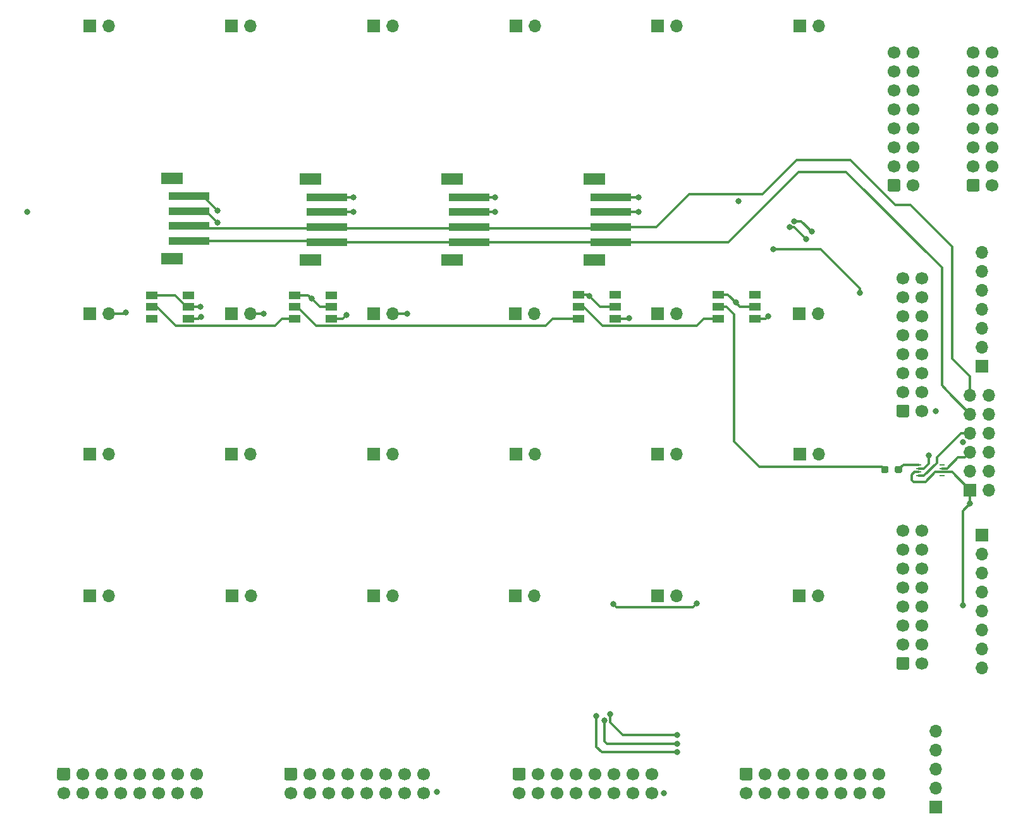
<source format=gbr>
%TF.GenerationSoftware,KiCad,Pcbnew,(5.1.10)-1*%
%TF.CreationDate,2022-05-16T18:50:31-07:00*%
%TF.ProjectId,KeyPad_Board,4b657950-6164-45f4-926f-6172642e6b69,rev?*%
%TF.SameCoordinates,Original*%
%TF.FileFunction,Copper,L4,Bot*%
%TF.FilePolarity,Positive*%
%FSLAX46Y46*%
G04 Gerber Fmt 4.6, Leading zero omitted, Abs format (unit mm)*
G04 Created by KiCad (PCBNEW (5.1.10)-1) date 2022-05-16 18:50:31*
%MOMM*%
%LPD*%
G01*
G04 APERTURE LIST*
%TA.AperFunction,ComponentPad*%
%ADD10C,1.700000*%
%TD*%
%TA.AperFunction,SMDPad,CuDef*%
%ADD11R,1.500000X1.000000*%
%TD*%
%TA.AperFunction,ComponentPad*%
%ADD12R,1.700000X1.700000*%
%TD*%
%TA.AperFunction,ComponentPad*%
%ADD13O,1.700000X1.700000*%
%TD*%
%TA.AperFunction,SMDPad,CuDef*%
%ADD14R,3.000000X1.600000*%
%TD*%
%TA.AperFunction,SMDPad,CuDef*%
%ADD15R,5.500000X1.000000*%
%TD*%
%TA.AperFunction,SMDPad,CuDef*%
%ADD16R,0.750000X0.250000*%
%TD*%
%TA.AperFunction,ViaPad*%
%ADD17C,0.800000*%
%TD*%
%TA.AperFunction,Conductor*%
%ADD18C,0.300000*%
%TD*%
G04 APERTURE END LIST*
%TO.P,J6,1*%
%TO.N,R*%
%TA.AperFunction,ComponentPad*%
G36*
G01*
X153750000Y-85600000D02*
X153750000Y-84400000D01*
G75*
G02*
X154000000Y-84150000I250000J0D01*
G01*
X155200000Y-84150000D01*
G75*
G02*
X155450000Y-84400000I0J-250000D01*
G01*
X155450000Y-85600000D01*
G75*
G02*
X155200000Y-85850000I-250000J0D01*
G01*
X154000000Y-85850000D01*
G75*
G02*
X153750000Y-85600000I0J250000D01*
G01*
G37*
%TD.AperFunction*%
D10*
%TO.P,J6,3*%
%TO.N,G*%
X154600000Y-82460000D03*
%TO.P,J6,5*%
%TO.N,T*%
X154600000Y-79920000D03*
%TO.P,J6,7*%
%TO.N,SW5_CLICK*%
X154600000Y-77380000D03*
%TO.P,J6,9*%
%TO.N,SW5_LEFT*%
X154600000Y-74840000D03*
%TO.P,J6,11*%
%TO.N,SW5_DOWN*%
X154600000Y-72300000D03*
%TO.P,J6,13*%
%TO.N,SW5_RIGHT*%
X154600000Y-69760000D03*
%TO.P,J6,15*%
%TO.N,SW5_UP*%
X154600000Y-67220000D03*
%TO.P,J6,2*%
%TO.N,GND*%
X157140000Y-85000000D03*
%TO.P,J6,4*%
X157140000Y-82460000D03*
%TO.P,J6,6*%
X157140000Y-79920000D03*
%TO.P,J6,8*%
X157140000Y-77380000D03*
%TO.P,J6,10*%
X157140000Y-74840000D03*
%TO.P,J6,12*%
X157140000Y-72300000D03*
%TO.P,J6,14*%
X157140000Y-69760000D03*
%TO.P,J6,16*%
X157140000Y-67220000D03*
%TD*%
D11*
%TO.P,D1,1*%
%TO.N,Net-(D1-Pad1)*%
X129900000Y-72650000D03*
%TO.P,D1,2*%
%TO.N,LED_DATA_SHIFTED*%
X129900000Y-71050000D03*
%TO.P,D1,3*%
%TO.N,+5V*%
X129900000Y-69450000D03*
%TO.P,D1,6*%
%TO.N,GND*%
X134800000Y-72650000D03*
%TO.P,D1,5*%
%TO.N,+5V*%
X134800000Y-71050000D03*
%TO.P,D1,4*%
%TO.N,N/C*%
X134800000Y-69450000D03*
%TD*%
%TO.P,D2,4*%
%TO.N,N/C*%
X116050000Y-69450000D03*
%TO.P,D2,5*%
%TO.N,+5V*%
X116050000Y-71050000D03*
%TO.P,D2,6*%
%TO.N,GND*%
X116050000Y-72650000D03*
%TO.P,D2,3*%
%TO.N,+5V*%
X111150000Y-69450000D03*
%TO.P,D2,2*%
%TO.N,Net-(D1-Pad1)*%
X111150000Y-71050000D03*
%TO.P,D2,1*%
%TO.N,Net-(D2-Pad1)*%
X111150000Y-72650000D03*
%TD*%
%TO.P,D3,1*%
%TO.N,Net-(D3-Pad1)*%
X73150000Y-72700000D03*
%TO.P,D3,2*%
%TO.N,Net-(D2-Pad1)*%
X73150000Y-71100000D03*
%TO.P,D3,3*%
%TO.N,+5V*%
X73150000Y-69500000D03*
%TO.P,D3,6*%
%TO.N,GND*%
X78050000Y-72700000D03*
%TO.P,D3,5*%
%TO.N,+5V*%
X78050000Y-71100000D03*
%TO.P,D3,4*%
%TO.N,N/C*%
X78050000Y-69500000D03*
%TD*%
%TO.P,D4,4*%
%TO.N,N/C*%
X58950000Y-69500000D03*
%TO.P,D4,5*%
%TO.N,+5V*%
X58950000Y-71100000D03*
%TO.P,D4,6*%
%TO.N,GND*%
X58950000Y-72700000D03*
%TO.P,D4,3*%
%TO.N,+5V*%
X54050000Y-69500000D03*
%TO.P,D4,2*%
%TO.N,Net-(D3-Pad1)*%
X54050000Y-71100000D03*
%TO.P,D4,1*%
%TO.N,N/C*%
X54050000Y-72700000D03*
%TD*%
%TO.P,J1,1*%
%TO.N,SW1_UP*%
%TA.AperFunction,ComponentPad*%
G36*
G01*
X41600000Y-132750000D02*
X42800000Y-132750000D01*
G75*
G02*
X43050000Y-133000000I0J-250000D01*
G01*
X43050000Y-134200000D01*
G75*
G02*
X42800000Y-134450000I-250000J0D01*
G01*
X41600000Y-134450000D01*
G75*
G02*
X41350000Y-134200000I0J250000D01*
G01*
X41350000Y-133000000D01*
G75*
G02*
X41600000Y-132750000I250000J0D01*
G01*
G37*
%TD.AperFunction*%
D10*
%TO.P,J1,3*%
%TO.N,SW1_RIGHT*%
X44740000Y-133600000D03*
%TO.P,J1,5*%
%TO.N,SW1_DOWN*%
X47280000Y-133600000D03*
%TO.P,J1,7*%
%TO.N,SW1_LEFT*%
X49820000Y-133600000D03*
%TO.P,J1,9*%
%TO.N,SW1_CLICK*%
X52360000Y-133600000D03*
%TO.P,J1,11*%
%TO.N,TAB*%
X54900000Y-133600000D03*
%TO.P,J1,13*%
%TO.N,SHIFT*%
X57440000Y-133600000D03*
%TO.P,J1,15*%
%TO.N,CTRL*%
X59980000Y-133600000D03*
%TO.P,J1,2*%
%TO.N,GND*%
X42200000Y-136140000D03*
%TO.P,J1,4*%
X44740000Y-136140000D03*
%TO.P,J1,6*%
X47280000Y-136140000D03*
%TO.P,J1,8*%
X49820000Y-136140000D03*
%TO.P,J1,10*%
X52360000Y-136140000D03*
%TO.P,J1,12*%
X54900000Y-136140000D03*
%TO.P,J1,14*%
X57440000Y-136140000D03*
%TO.P,J1,16*%
X59980000Y-136140000D03*
%TD*%
%TO.P,J2,1*%
%TO.N,SW2_UP*%
%TA.AperFunction,ComponentPad*%
G36*
G01*
X72000000Y-132750000D02*
X73200000Y-132750000D01*
G75*
G02*
X73450000Y-133000000I0J-250000D01*
G01*
X73450000Y-134200000D01*
G75*
G02*
X73200000Y-134450000I-250000J0D01*
G01*
X72000000Y-134450000D01*
G75*
G02*
X71750000Y-134200000I0J250000D01*
G01*
X71750000Y-133000000D01*
G75*
G02*
X72000000Y-132750000I250000J0D01*
G01*
G37*
%TD.AperFunction*%
%TO.P,J2,3*%
%TO.N,SW2_RIGHT*%
X75140000Y-133600000D03*
%TO.P,J2,5*%
%TO.N,SW2_DOWN*%
X77680000Y-133600000D03*
%TO.P,J2,7*%
%TO.N,SW2_CLICK*%
X80220000Y-133600000D03*
%TO.P,J2,9*%
%TO.N,SW2_LEFT*%
X82760000Y-133600000D03*
%TO.P,J2,11*%
%TO.N,Z*%
X85300000Y-133600000D03*
%TO.P,J2,13*%
%TO.N,A*%
X87840000Y-133600000D03*
%TO.P,J2,15*%
%TO.N,Q*%
X90380000Y-133600000D03*
%TO.P,J2,2*%
%TO.N,GND*%
X72600000Y-136140000D03*
%TO.P,J2,4*%
X75140000Y-136140000D03*
%TO.P,J2,6*%
X77680000Y-136140000D03*
%TO.P,J2,8*%
X80220000Y-136140000D03*
%TO.P,J2,10*%
X82760000Y-136140000D03*
%TO.P,J2,12*%
X85300000Y-136140000D03*
%TO.P,J2,14*%
X87840000Y-136140000D03*
%TO.P,J2,16*%
X90380000Y-136140000D03*
%TD*%
%TO.P,J3,1*%
%TO.N,X*%
%TA.AperFunction,ComponentPad*%
G36*
G01*
X102600000Y-132750000D02*
X103800000Y-132750000D01*
G75*
G02*
X104050000Y-133000000I0J-250000D01*
G01*
X104050000Y-134200000D01*
G75*
G02*
X103800000Y-134450000I-250000J0D01*
G01*
X102600000Y-134450000D01*
G75*
G02*
X102350000Y-134200000I0J250000D01*
G01*
X102350000Y-133000000D01*
G75*
G02*
X102600000Y-132750000I250000J0D01*
G01*
G37*
%TD.AperFunction*%
%TO.P,J3,3*%
%TO.N,S*%
X105740000Y-133600000D03*
%TO.P,J3,5*%
%TO.N,W*%
X108280000Y-133600000D03*
%TO.P,J3,7*%
%TO.N,SW3_CLICK*%
X110820000Y-133600000D03*
%TO.P,J3,9*%
%TO.N,SW3_LEFT*%
X113360000Y-133600000D03*
%TO.P,J3,11*%
%TO.N,SW3_DOWN*%
X115900000Y-133600000D03*
%TO.P,J3,13*%
%TO.N,SW3_RIGHT*%
X118440000Y-133600000D03*
%TO.P,J3,15*%
%TO.N,SW3_UP*%
X120980000Y-133600000D03*
%TO.P,J3,2*%
%TO.N,GND*%
X103200000Y-136140000D03*
%TO.P,J3,4*%
X105740000Y-136140000D03*
%TO.P,J3,6*%
X108280000Y-136140000D03*
%TO.P,J3,8*%
X110820000Y-136140000D03*
%TO.P,J3,10*%
X113360000Y-136140000D03*
%TO.P,J3,12*%
X115900000Y-136140000D03*
%TO.P,J3,14*%
X118440000Y-136140000D03*
%TO.P,J3,16*%
X120980000Y-136140000D03*
%TD*%
%TO.P,J4,16*%
%TO.N,GND*%
X151380000Y-136140000D03*
%TO.P,J4,14*%
X148840000Y-136140000D03*
%TO.P,J4,12*%
X146300000Y-136140000D03*
%TO.P,J4,10*%
X143760000Y-136140000D03*
%TO.P,J4,8*%
X141220000Y-136140000D03*
%TO.P,J4,6*%
X138680000Y-136140000D03*
%TO.P,J4,4*%
X136140000Y-136140000D03*
%TO.P,J4,2*%
X133600000Y-136140000D03*
%TO.P,J4,15*%
%TO.N,SW4_UP*%
X151380000Y-133600000D03*
%TO.P,J4,13*%
%TO.N,SW4_RIGHT*%
X148840000Y-133600000D03*
%TO.P,J4,11*%
%TO.N,SW4_DOWN*%
X146300000Y-133600000D03*
%TO.P,J4,9*%
%TO.N,SW4_LEFT*%
X143760000Y-133600000D03*
%TO.P,J4,7*%
%TO.N,SW4_CLICK*%
X141220000Y-133600000D03*
%TO.P,J4,5*%
%TO.N,E*%
X138680000Y-133600000D03*
%TO.P,J4,3*%
%TO.N,D*%
X136140000Y-133600000D03*
%TO.P,J4,1*%
%TO.N,C*%
%TA.AperFunction,ComponentPad*%
G36*
G01*
X133000000Y-132750000D02*
X134200000Y-132750000D01*
G75*
G02*
X134450000Y-133000000I0J-250000D01*
G01*
X134450000Y-134200000D01*
G75*
G02*
X134200000Y-134450000I-250000J0D01*
G01*
X133000000Y-134450000D01*
G75*
G02*
X132750000Y-134200000I0J250000D01*
G01*
X132750000Y-133000000D01*
G75*
G02*
X133000000Y-132750000I250000J0D01*
G01*
G37*
%TD.AperFunction*%
%TD*%
%TO.P,J5,16*%
%TO.N,GND*%
X157140000Y-101020000D03*
%TO.P,J5,14*%
X157140000Y-103560000D03*
%TO.P,J5,12*%
X157140000Y-106100000D03*
%TO.P,J5,10*%
X157140000Y-108640000D03*
%TO.P,J5,8*%
X157140000Y-111180000D03*
%TO.P,J5,6*%
X157140000Y-113720000D03*
%TO.P,J5,4*%
X157140000Y-116260000D03*
%TO.P,J5,2*%
X157140000Y-118800000D03*
%TO.P,J5,15*%
%TO.N,SPACE*%
X154600000Y-101020000D03*
%TO.P,J5,13*%
%TO.N,THUMB3*%
X154600000Y-103560000D03*
%TO.P,J5,11*%
%TO.N,THUMB2*%
X154600000Y-106100000D03*
%TO.P,J5,9*%
%TO.N,THUMB1*%
X154600000Y-108640000D03*
%TO.P,J5,7*%
%TO.N,F*%
X154600000Y-111180000D03*
%TO.P,J5,5*%
%TO.N,B*%
X154600000Y-113720000D03*
%TO.P,J5,3*%
%TO.N,V*%
X154600000Y-116260000D03*
%TO.P,J5,1*%
%TO.N,JOYSTICK_CLICK*%
%TA.AperFunction,ComponentPad*%
G36*
G01*
X153750000Y-119400000D02*
X153750000Y-118200000D01*
G75*
G02*
X154000000Y-117950000I250000J0D01*
G01*
X155200000Y-117950000D01*
G75*
G02*
X155450000Y-118200000I0J-250000D01*
G01*
X155450000Y-119400000D01*
G75*
G02*
X155200000Y-119650000I-250000J0D01*
G01*
X154000000Y-119650000D01*
G75*
G02*
X153750000Y-119400000I0J250000D01*
G01*
G37*
%TD.AperFunction*%
%TD*%
%TO.P,J7,16*%
%TO.N,GND*%
X155940000Y-37020000D03*
%TO.P,J7,14*%
X155940000Y-39560000D03*
%TO.P,J7,12*%
X155940000Y-42100000D03*
%TO.P,J7,10*%
X155940000Y-44640000D03*
%TO.P,J7,8*%
X155940000Y-47180000D03*
%TO.P,J7,6*%
X155940000Y-49720000D03*
%TO.P,J7,4*%
X155940000Y-52260000D03*
%TO.P,J7,2*%
X155940000Y-54800000D03*
%TO.P,J7,15*%
%TO.N,ESC*%
X153400000Y-37020000D03*
%TO.P,J7,13*%
%TO.N,F1*%
X153400000Y-39560000D03*
%TO.P,J7,11*%
%TO.N,F2*%
X153400000Y-42100000D03*
%TO.P,J7,9*%
%TO.N,F3*%
X153400000Y-44640000D03*
%TO.P,J7,7*%
%TO.N,F4*%
X153400000Y-47180000D03*
%TO.P,J7,5*%
%TO.N,F5*%
X153400000Y-49720000D03*
%TO.P,J7,3*%
%TO.N,SW6_LEFT*%
X153400000Y-52260000D03*
%TO.P,J7,1*%
%TO.N,SW6_CLICK*%
%TA.AperFunction,ComponentPad*%
G36*
G01*
X152550000Y-55400000D02*
X152550000Y-54200000D01*
G75*
G02*
X152800000Y-53950000I250000J0D01*
G01*
X154000000Y-53950000D01*
G75*
G02*
X154250000Y-54200000I0J-250000D01*
G01*
X154250000Y-55400000D01*
G75*
G02*
X154000000Y-55650000I-250000J0D01*
G01*
X152800000Y-55650000D01*
G75*
G02*
X152550000Y-55400000I0J250000D01*
G01*
G37*
%TD.AperFunction*%
%TD*%
%TO.P,J8,16*%
%TO.N,GND*%
X166550000Y-37020000D03*
%TO.P,J8,14*%
X166550000Y-39560000D03*
%TO.P,J8,12*%
X166550000Y-42100000D03*
%TO.P,J8,10*%
X166550000Y-44640000D03*
%TO.P,J8,8*%
X166550000Y-47180000D03*
%TO.P,J8,6*%
X166550000Y-49720000D03*
%TO.P,J8,4*%
X166550000Y-52260000D03*
%TO.P,J8,2*%
X166550000Y-54800000D03*
%TO.P,J8,15*%
%TO.N,N/C*%
X164010000Y-37020000D03*
%TO.P,J8,13*%
X164010000Y-39560000D03*
%TO.P,J8,11*%
X164010000Y-42100000D03*
%TO.P,J8,9*%
X164010000Y-44640000D03*
%TO.P,J8,7*%
X164010000Y-47180000D03*
%TO.P,J8,5*%
%TO.N,SW6_UP*%
X164010000Y-49720000D03*
%TO.P,J8,3*%
%TO.N,SW6_RIGHT*%
X164010000Y-52260000D03*
%TO.P,J8,1*%
%TO.N,SW6_DOWN*%
%TA.AperFunction,ComponentPad*%
G36*
G01*
X163160000Y-55400000D02*
X163160000Y-54200000D01*
G75*
G02*
X163410000Y-53950000I250000J0D01*
G01*
X164610000Y-53950000D01*
G75*
G02*
X164860000Y-54200000I0J-250000D01*
G01*
X164860000Y-55400000D01*
G75*
G02*
X164610000Y-55650000I-250000J0D01*
G01*
X163410000Y-55650000D01*
G75*
G02*
X163160000Y-55400000I0J250000D01*
G01*
G37*
%TD.AperFunction*%
%TD*%
D12*
%TO.P,J9,1*%
%TO.N,GND*%
X159000000Y-138000000D03*
D13*
%TO.P,J9,2*%
%TO.N,+3V3*%
X159000000Y-135460000D03*
%TO.P,J9,3*%
%TO.N,VRY*%
X159000000Y-132920000D03*
%TO.P,J9,4*%
%TO.N,VRX*%
X159000000Y-130380000D03*
%TO.P,J9,5*%
%TO.N,JOYSTICK_CLICK*%
X159000000Y-127840000D03*
%TD*%
D12*
%TO.P,J10,1*%
%TO.N,+5V*%
X165200000Y-79000000D03*
D13*
%TO.P,J10,2*%
%TO.N,+3V3*%
X165200000Y-76460000D03*
%TO.P,J10,3*%
%TO.N,GND*%
X165200000Y-73920000D03*
%TO.P,J10,4*%
%TO.N,SPI_MOSI*%
X165200000Y-71380000D03*
%TO.P,J10,5*%
%TO.N,SPI_MISO*%
X165200000Y-68840000D03*
%TO.P,J10,6*%
%TO.N,SPI_SCLK*%
X165200000Y-66300000D03*
%TO.P,J10,7*%
%TO.N,SPI_CSN*%
X165200000Y-63760000D03*
%TD*%
D12*
%TO.P,J11,1*%
%TO.N,SPACE*%
X165200000Y-101600000D03*
D13*
%TO.P,J11,2*%
%TO.N,THUMB3*%
X165200000Y-104140000D03*
%TO.P,J11,3*%
%TO.N,THUMB2*%
X165200000Y-106680000D03*
%TO.P,J11,4*%
%TO.N,THUMB1*%
X165200000Y-109220000D03*
%TO.P,J11,5*%
%TO.N,GND*%
X165200000Y-111760000D03*
%TO.P,J11,6*%
X165200000Y-114300000D03*
%TO.P,J11,7*%
X165200000Y-116840000D03*
%TO.P,J11,8*%
X165200000Y-119380000D03*
%TD*%
D12*
%TO.P,KB1,1*%
%TO.N,ESC*%
X45710000Y-33500000D03*
D13*
%TO.P,KB1,2*%
%TO.N,GND*%
X48250000Y-33500000D03*
%TD*%
%TO.P,KB2,2*%
%TO.N,GND*%
X67250000Y-33500000D03*
D12*
%TO.P,KB2,1*%
%TO.N,F1*%
X64710000Y-33500000D03*
%TD*%
%TO.P,KB3,1*%
%TO.N,F2*%
X83710000Y-33500000D03*
D13*
%TO.P,KB3,2*%
%TO.N,GND*%
X86250000Y-33500000D03*
%TD*%
%TO.P,KB4,2*%
%TO.N,GND*%
X105290000Y-33500000D03*
D12*
%TO.P,KB4,1*%
%TO.N,F3*%
X102750000Y-33500000D03*
%TD*%
%TO.P,KB5,1*%
%TO.N,F4*%
X121710000Y-33500000D03*
D13*
%TO.P,KB5,2*%
%TO.N,GND*%
X124250000Y-33500000D03*
%TD*%
%TO.P,KB6,2*%
%TO.N,GND*%
X143290000Y-33500000D03*
D12*
%TO.P,KB6,1*%
%TO.N,F5*%
X140750000Y-33500000D03*
%TD*%
%TO.P,KB7,1*%
%TO.N,TAB*%
X45710000Y-72000000D03*
D13*
%TO.P,KB7,2*%
%TO.N,GND*%
X48250000Y-72000000D03*
%TD*%
%TO.P,KB8,2*%
%TO.N,GND*%
X67250000Y-72000000D03*
D12*
%TO.P,KB8,1*%
%TO.N,Q*%
X64710000Y-72000000D03*
%TD*%
D13*
%TO.P,KB9,2*%
%TO.N,GND*%
X86250000Y-72000000D03*
D12*
%TO.P,KB9,1*%
%TO.N,W*%
X83710000Y-72000000D03*
%TD*%
%TO.P,KB10,1*%
%TO.N,E*%
X102710000Y-72000000D03*
D13*
%TO.P,KB10,2*%
%TO.N,GND*%
X105250000Y-72000000D03*
%TD*%
%TO.P,KB11,2*%
%TO.N,GND*%
X124290000Y-72000000D03*
D12*
%TO.P,KB11,1*%
%TO.N,R*%
X121750000Y-72000000D03*
%TD*%
%TO.P,KB12,1*%
%TO.N,T*%
X140710000Y-72000000D03*
D13*
%TO.P,KB12,2*%
%TO.N,GND*%
X143250000Y-72000000D03*
%TD*%
D12*
%TO.P,KB13,1*%
%TO.N,SHIFT*%
X45710000Y-90750000D03*
D13*
%TO.P,KB13,2*%
%TO.N,GND*%
X48250000Y-90750000D03*
%TD*%
%TO.P,KB14,2*%
%TO.N,GND*%
X67250000Y-90750000D03*
D12*
%TO.P,KB14,1*%
%TO.N,A*%
X64710000Y-90750000D03*
%TD*%
%TO.P,KB15,1*%
%TO.N,S*%
X83750000Y-90750000D03*
D13*
%TO.P,KB15,2*%
%TO.N,GND*%
X86290000Y-90750000D03*
%TD*%
%TO.P,KB16,2*%
%TO.N,GND*%
X105290000Y-90750000D03*
D12*
%TO.P,KB16,1*%
%TO.N,D*%
X102750000Y-90750000D03*
%TD*%
%TO.P,KB17,1*%
%TO.N,F*%
X121750000Y-90750000D03*
D13*
%TO.P,KB17,2*%
%TO.N,GND*%
X124290000Y-90750000D03*
%TD*%
%TO.P,KB18,2*%
%TO.N,GND*%
X143290000Y-90750000D03*
D12*
%TO.P,KB18,1*%
%TO.N,G*%
X140750000Y-90750000D03*
%TD*%
%TO.P,KB19,1*%
%TO.N,CTRL*%
X45710000Y-109750000D03*
D13*
%TO.P,KB19,2*%
%TO.N,GND*%
X48250000Y-109750000D03*
%TD*%
%TO.P,KB20,2*%
%TO.N,GND*%
X67290000Y-109750000D03*
D12*
%TO.P,KB20,1*%
%TO.N,Z*%
X64750000Y-109750000D03*
%TD*%
%TO.P,KB21,1*%
%TO.N,X*%
X83710000Y-109750000D03*
D13*
%TO.P,KB21,2*%
%TO.N,GND*%
X86250000Y-109750000D03*
%TD*%
%TO.P,KB22,2*%
%TO.N,GND*%
X105250000Y-109750000D03*
D12*
%TO.P,KB22,1*%
%TO.N,C*%
X102710000Y-109750000D03*
%TD*%
%TO.P,KB23,1*%
%TO.N,V*%
X121710000Y-109750000D03*
D13*
%TO.P,KB23,2*%
%TO.N,GND*%
X124250000Y-109750000D03*
%TD*%
%TO.P,KB24,2*%
%TO.N,GND*%
X143250000Y-109750000D03*
D12*
%TO.P,KB24,1*%
%TO.N,B*%
X140710000Y-109750000D03*
%TD*%
D14*
%TO.P,P1,P2*%
%TO.N,N/C*%
X75250000Y-64800000D03*
%TO.P,P1,P1*%
X75250000Y-54000000D03*
D15*
%TO.P,P1,4*%
%TO.N,I2C_SCL*%
X77500000Y-62400000D03*
%TO.P,P1,1*%
%TO.N,GND*%
X77500000Y-56400000D03*
%TO.P,P1,3*%
%TO.N,I2C_SDA*%
X77500000Y-60400000D03*
%TO.P,P1,2*%
%TO.N,+5V*%
X77500000Y-58400000D03*
%TD*%
D14*
%TO.P,P2,P2*%
%TO.N,N/C*%
X56750000Y-64650000D03*
%TO.P,P2,P1*%
X56750000Y-53850000D03*
D15*
%TO.P,P2,4*%
%TO.N,I2C_SCL*%
X59000000Y-62250000D03*
%TO.P,P2,1*%
%TO.N,GND*%
X59000000Y-56250000D03*
%TO.P,P2,3*%
%TO.N,I2C_SDA*%
X59000000Y-60250000D03*
%TO.P,P2,2*%
%TO.N,+5V*%
X59000000Y-58250000D03*
%TD*%
%TO.P,P3,2*%
%TO.N,+5V*%
X96500000Y-58400000D03*
%TO.P,P3,3*%
%TO.N,I2C_SDA*%
X96500000Y-60400000D03*
%TO.P,P3,1*%
%TO.N,GND*%
X96500000Y-56400000D03*
%TO.P,P3,4*%
%TO.N,I2C_SCL*%
X96500000Y-62400000D03*
D14*
%TO.P,P3,P1*%
%TO.N,N/C*%
X94250000Y-54000000D03*
%TO.P,P3,P2*%
X94250000Y-64800000D03*
%TD*%
D15*
%TO.P,P4,2*%
%TO.N,+5V*%
X115500000Y-58400000D03*
%TO.P,P4,3*%
%TO.N,I2C_SDA*%
X115500000Y-60400000D03*
%TO.P,P4,1*%
%TO.N,GND*%
X115500000Y-56400000D03*
%TO.P,P4,4*%
%TO.N,I2C_SCL*%
X115500000Y-62400000D03*
D14*
%TO.P,P4,P1*%
%TO.N,N/C*%
X113250000Y-54000000D03*
%TO.P,P4,P2*%
X113250000Y-64800000D03*
%TD*%
D16*
%TO.P,U1,1*%
%TO.N,N/C*%
X159850000Y-92200000D03*
%TO.P,U1,2*%
%TO.N,GND*%
X159850000Y-92700000D03*
%TO.P,U1,3*%
%TO.N,+3V3*%
X159850000Y-93200000D03*
%TO.P,U1,4*%
%TO.N,N/C*%
X159850000Y-93700000D03*
%TO.P,U1,5*%
%TO.N,LED_DATA_IN*%
X156750000Y-93700000D03*
%TO.P,U1,6*%
%TO.N,+3V3*%
X156750000Y-93200000D03*
%TO.P,U1,7*%
%TO.N,+5V*%
X156750000Y-92700000D03*
%TO.P,U1,8*%
%TO.N,Net-(R1-Pad2)*%
X156750000Y-92200000D03*
%TD*%
D12*
%TO.P,J12,1*%
%TO.N,+3V3*%
X163600000Y-95600000D03*
D13*
%TO.P,J12,2*%
%TO.N,VRX*%
X166140000Y-95600000D03*
%TO.P,J12,3*%
%TO.N,+5V*%
X163600000Y-93060000D03*
%TO.P,J12,4*%
%TO.N,VRY*%
X166140000Y-93060000D03*
%TO.P,J12,5*%
%TO.N,GND*%
X163600000Y-90520000D03*
%TO.P,J12,6*%
%TO.N,SPI_CSN*%
X166140000Y-90520000D03*
%TO.P,J12,7*%
%TO.N,LED_DATA_IN*%
X163600000Y-87980000D03*
%TO.P,J12,8*%
%TO.N,SPI_SCLK*%
X166140000Y-87980000D03*
%TO.P,J12,9*%
%TO.N,I2C_SCL*%
X163600000Y-85440000D03*
%TO.P,J12,10*%
%TO.N,SPI_MISO*%
X166140000Y-85440000D03*
%TO.P,J12,11*%
%TO.N,I2C_SDA*%
X163600000Y-82900000D03*
%TO.P,J12,12*%
%TO.N,SPI_MOSI*%
X166140000Y-82900000D03*
%TD*%
%TO.P,R1,1*%
%TO.N,LED_DATA_SHIFTED*%
%TA.AperFunction,SMDPad,CuDef*%
G36*
G01*
X151687500Y-93087500D02*
X151687500Y-92612500D01*
G75*
G02*
X151925000Y-92375000I237500J0D01*
G01*
X152425000Y-92375000D01*
G75*
G02*
X152662500Y-92612500I0J-237500D01*
G01*
X152662500Y-93087500D01*
G75*
G02*
X152425000Y-93325000I-237500J0D01*
G01*
X151925000Y-93325000D01*
G75*
G02*
X151687500Y-93087500I0J237500D01*
G01*
G37*
%TD.AperFunction*%
%TO.P,R1,2*%
%TO.N,Net-(R1-Pad2)*%
%TA.AperFunction,SMDPad,CuDef*%
G36*
G01*
X153512500Y-93087500D02*
X153512500Y-92612500D01*
G75*
G02*
X153750000Y-92375000I237500J0D01*
G01*
X154250000Y-92375000D01*
G75*
G02*
X154487500Y-92612500I0J-237500D01*
G01*
X154487500Y-93087500D01*
G75*
G02*
X154250000Y-93325000I-237500J0D01*
G01*
X153750000Y-93325000D01*
G75*
G02*
X153512500Y-93087500I0J237500D01*
G01*
G37*
%TD.AperFunction*%
%TD*%
D17*
%TO.N,+5V*%
X119200000Y-58400000D03*
X100000000Y-58400000D03*
X81000000Y-58400000D03*
X62800000Y-59800000D03*
X158050000Y-91000000D03*
X75400000Y-70000000D03*
X60500000Y-71100000D03*
X112600000Y-69600000D03*
X132200000Y-70500000D03*
%TO.N,GND*%
X88200000Y-72000000D03*
X69000000Y-72000000D03*
X81000000Y-56400000D03*
X62800000Y-58200000D03*
X100000000Y-56400000D03*
X119200000Y-56400000D03*
X159000000Y-85000000D03*
X162600000Y-89200000D03*
X92200000Y-136000000D03*
X122600000Y-136200000D03*
X50550000Y-71800000D03*
X37350000Y-58400000D03*
X80100000Y-72200000D03*
X60600000Y-72400000D03*
X117900000Y-72600000D03*
X136600000Y-72300000D03*
X132600000Y-56900000D03*
%TO.N,+3V3*%
X163600000Y-97400000D03*
X162600000Y-111000000D03*
%TO.N,SW4_LEFT*%
X114600000Y-126400000D03*
X124400000Y-129600000D03*
%TO.N,SW4_UP*%
X115800000Y-110874990D03*
X127000000Y-110800000D03*
%TO.N,SW4_DOWN*%
X124400000Y-128400000D03*
X115375000Y-125600000D03*
%TO.N,SW4_CLICK*%
X113550000Y-125800000D03*
X124400000Y-130650000D03*
%TO.N,SW5_UP*%
X140000000Y-59600000D03*
X142400000Y-61000000D03*
%TO.N,SW5_RIGHT*%
X139400000Y-60400000D03*
X141600000Y-62000000D03*
%TO.N,SW5_DOWN*%
X148800000Y-69200000D03*
X137200000Y-63400000D03*
%TD*%
D18*
%TO.N,Net-(D1-Pad1)*%
X111800000Y-71050000D02*
X111150000Y-71050000D01*
X126975010Y-73624990D02*
X114374990Y-73624990D01*
X127950000Y-72650000D02*
X126975010Y-73624990D01*
X114374990Y-73624990D02*
X111800000Y-71050000D01*
X129900000Y-72650000D02*
X127950000Y-72650000D01*
%TO.N,LED_DATA_SHIFTED*%
X152175000Y-92850000D02*
X151775000Y-92450000D01*
X151775000Y-92450000D02*
X135350000Y-92450000D01*
X135350000Y-92450000D02*
X132000000Y-89100000D01*
X130950000Y-71050000D02*
X129900000Y-71050000D01*
X132000000Y-72100000D02*
X130950000Y-71050000D01*
X132000000Y-89100000D02*
X132000000Y-72100000D01*
%TO.N,+5V*%
X115500000Y-58400000D02*
X119200000Y-58400000D01*
X96500000Y-58400000D02*
X100000000Y-58400000D01*
X77500000Y-58400000D02*
X81000000Y-58400000D01*
X61250000Y-58250000D02*
X62800000Y-59800000D01*
X59000000Y-58250000D02*
X61250000Y-58250000D01*
X158050000Y-92075000D02*
X158050000Y-91000000D01*
X157425000Y-92700000D02*
X158050000Y-92075000D01*
X156750000Y-92700000D02*
X157425000Y-92700000D01*
X74900000Y-69500000D02*
X75400000Y-70000000D01*
X73150000Y-69500000D02*
X74900000Y-69500000D01*
X76500000Y-71100000D02*
X75400000Y-70000000D01*
X78050000Y-71100000D02*
X76500000Y-71100000D01*
X58700000Y-71100000D02*
X58950000Y-71100000D01*
X57100000Y-69500000D02*
X58700000Y-71100000D01*
X54050000Y-69500000D02*
X57100000Y-69500000D01*
X58950000Y-71100000D02*
X60500000Y-71100000D01*
X112450000Y-69450000D02*
X112600000Y-69600000D01*
X111150000Y-69450000D02*
X112450000Y-69450000D01*
X114050000Y-71050000D02*
X112600000Y-69600000D01*
X116050000Y-71050000D02*
X114050000Y-71050000D01*
X131150000Y-69450000D02*
X132200000Y-70500000D01*
X129900000Y-69450000D02*
X131150000Y-69450000D01*
X132750000Y-71050000D02*
X132200000Y-70500000D01*
X134800000Y-71050000D02*
X132750000Y-71050000D01*
%TO.N,GND*%
X86250000Y-72000000D02*
X88200000Y-72000000D01*
X67250000Y-72000000D02*
X69000000Y-72000000D01*
X77500000Y-56400000D02*
X81000000Y-56400000D01*
X60850000Y-56250000D02*
X62800000Y-58200000D01*
X59000000Y-56250000D02*
X60850000Y-56250000D01*
X96500000Y-56400000D02*
X100000000Y-56400000D01*
X115500000Y-56400000D02*
X119200000Y-56400000D01*
X50350000Y-72000000D02*
X50550000Y-71800000D01*
X48250000Y-72000000D02*
X50350000Y-72000000D01*
X160525000Y-92700000D02*
X162000000Y-91225000D01*
X159850000Y-92700000D02*
X160525000Y-92700000D01*
X79600000Y-72700000D02*
X80100000Y-72200000D01*
X78050000Y-72700000D02*
X79600000Y-72700000D01*
X60300000Y-72700000D02*
X60600000Y-72400000D01*
X58950000Y-72700000D02*
X60300000Y-72700000D01*
X117850000Y-72650000D02*
X117900000Y-72600000D01*
X116050000Y-72650000D02*
X117850000Y-72650000D01*
X136250000Y-72650000D02*
X136600000Y-72300000D01*
X134800000Y-72650000D02*
X136250000Y-72650000D01*
X162895000Y-91225000D02*
X163600000Y-90520000D01*
X162000000Y-91225000D02*
X162895000Y-91225000D01*
%TO.N,Net-(D2-Pad1)*%
X73500000Y-71100000D02*
X73150000Y-71100000D01*
X76000000Y-73600000D02*
X73500000Y-71100000D01*
X106750000Y-73600000D02*
X76000000Y-73600000D01*
X107700000Y-72650000D02*
X106750000Y-73600000D01*
X111150000Y-72650000D02*
X107700000Y-72650000D01*
%TO.N,Net-(D3-Pad1)*%
X54700000Y-71100000D02*
X54050000Y-71100000D01*
X57224990Y-73624990D02*
X54700000Y-71100000D01*
X70500000Y-73624990D02*
X57224990Y-73624990D01*
X71424990Y-72700000D02*
X70500000Y-73624990D01*
X73150000Y-72700000D02*
X71424990Y-72700000D01*
%TO.N,+3V3*%
X163600000Y-95600000D02*
X163600000Y-97400000D01*
X162600000Y-98400000D02*
X163600000Y-97400000D01*
X162600000Y-111000000D02*
X162600000Y-98400000D01*
X161200000Y-93200000D02*
X159850000Y-93200000D01*
X163600000Y-95600000D02*
X161200000Y-93200000D01*
X158900000Y-93200000D02*
X159850000Y-93200000D01*
X157600000Y-94500000D02*
X158900000Y-93200000D01*
X156000000Y-94500000D02*
X157600000Y-94500000D01*
X155750000Y-94250000D02*
X156000000Y-94500000D01*
X155750000Y-93569998D02*
X155750000Y-94250000D01*
X156119998Y-93200000D02*
X155750000Y-93569998D01*
X156750000Y-93200000D02*
X156119998Y-93200000D01*
%TO.N,LED_DATA_IN*%
X157380002Y-93700000D02*
X156750000Y-93700000D01*
X159124999Y-91955003D02*
X157380002Y-93700000D01*
X159124999Y-91252920D02*
X159124999Y-91955003D01*
X162397919Y-87980000D02*
X159124999Y-91252920D01*
X163600000Y-87980000D02*
X162397919Y-87980000D01*
%TO.N,I2C_SDA*%
X96349999Y-60550001D02*
X96500000Y-60400000D01*
X77650001Y-60550001D02*
X96349999Y-60550001D01*
X77500000Y-60400000D02*
X77650001Y-60550001D01*
X115349999Y-60550001D02*
X115500000Y-60400000D01*
X96650001Y-60550001D02*
X115349999Y-60550001D01*
X96500000Y-60400000D02*
X96650001Y-60550001D01*
X59300001Y-60550001D02*
X59000000Y-60250000D01*
X77349999Y-60550001D02*
X59300001Y-60550001D01*
X77500000Y-60400000D02*
X77349999Y-60550001D01*
X163600000Y-82900000D02*
X163600000Y-80400000D01*
X163600000Y-80400000D02*
X161200000Y-78000000D01*
X161200000Y-78000000D02*
X161200000Y-63000000D01*
X161200000Y-63000000D02*
X155600000Y-57400000D01*
X155600000Y-57400000D02*
X153600000Y-57400000D01*
X153600000Y-57400000D02*
X147600000Y-51400000D01*
X147600000Y-51400000D02*
X140400000Y-51400000D01*
X140400000Y-51400000D02*
X135800000Y-56000000D01*
X135800000Y-56000000D02*
X126000000Y-56000000D01*
X121600000Y-60400000D02*
X115500000Y-60400000D01*
X126000000Y-56000000D02*
X121600000Y-60400000D01*
%TO.N,I2C_SCL*%
X77350000Y-62250000D02*
X77500000Y-62400000D01*
X59000000Y-62250000D02*
X77350000Y-62250000D01*
X77500000Y-62400000D02*
X96500000Y-62400000D01*
X96500000Y-62400000D02*
X115500000Y-62400000D01*
X131200000Y-62400000D02*
X115500000Y-62400000D01*
X140600000Y-53000000D02*
X131200000Y-62400000D01*
X147000000Y-53000000D02*
X140600000Y-53000000D01*
X159800000Y-65800000D02*
X147000000Y-53000000D01*
X159800000Y-81600000D02*
X159800000Y-65800000D01*
X160400000Y-82200000D02*
X159800000Y-81600000D01*
X160400000Y-82240000D02*
X160400000Y-82200000D01*
X163600000Y-85440000D02*
X160400000Y-82240000D01*
%TO.N,Net-(R1-Pad2)*%
X154650000Y-92200000D02*
X154000000Y-92850000D01*
X156750000Y-92200000D02*
X154650000Y-92200000D01*
%TO.N,SW4_LEFT*%
X124400000Y-129600000D02*
X115000000Y-129600000D01*
X115000000Y-129600000D02*
X114600000Y-129200000D01*
X114600000Y-129200000D02*
X114600000Y-126400000D01*
%TO.N,SW4_UP*%
X126525011Y-111274989D02*
X127000000Y-110800000D01*
X116199999Y-111274989D02*
X126525011Y-111274989D01*
X115800000Y-110874990D02*
X116199999Y-111274989D01*
%TO.N,SW4_DOWN*%
X115375000Y-126705344D02*
X115375000Y-125600000D01*
X117069656Y-128400000D02*
X115375000Y-126705344D01*
X124400000Y-128400000D02*
X117069656Y-128400000D01*
%TO.N,SW4_CLICK*%
X124400000Y-130650000D02*
X114250000Y-130650000D01*
X113550000Y-129950000D02*
X113550000Y-125800000D01*
X114250000Y-130650000D02*
X113550000Y-129950000D01*
%TO.N,SW5_UP*%
X141000000Y-59600000D02*
X142400000Y-61000000D01*
X140000000Y-59600000D02*
X141000000Y-59600000D01*
%TO.N,SW5_RIGHT*%
X140000000Y-60400000D02*
X141600000Y-62000000D01*
X139400000Y-60400000D02*
X140000000Y-60400000D01*
%TO.N,SW5_DOWN*%
X143586002Y-63400000D02*
X137200000Y-63400000D01*
X148800000Y-68613998D02*
X143586002Y-63400000D01*
X148800000Y-69200000D02*
X148800000Y-68613998D01*
%TD*%
M02*

</source>
